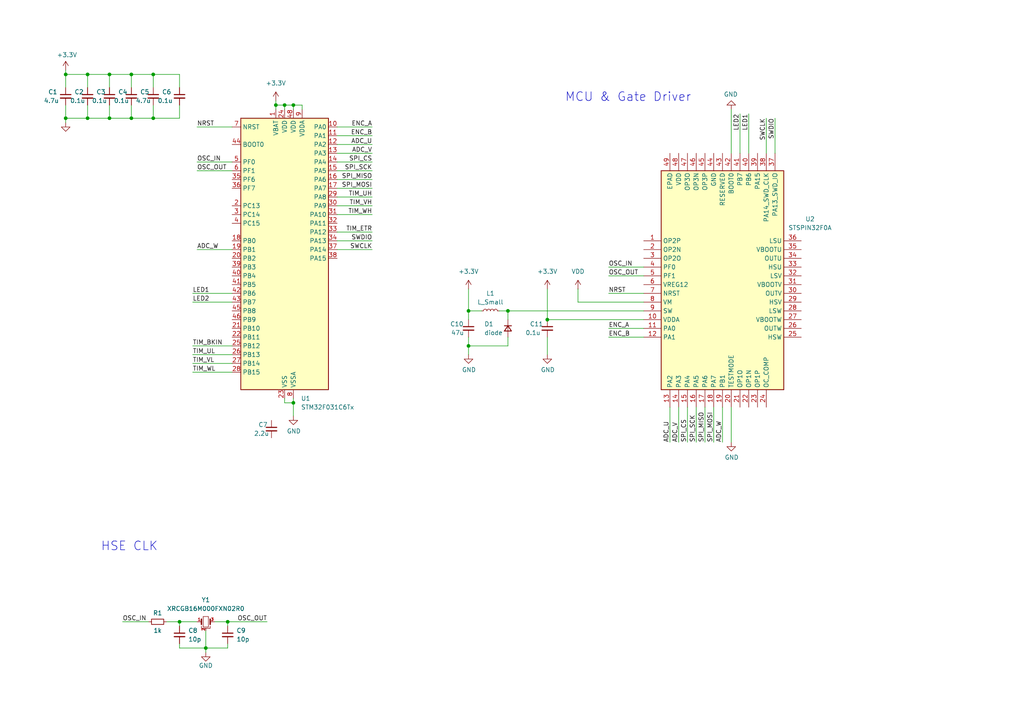
<source format=kicad_sch>
(kicad_sch (version 20231120) (generator "eeschema") (generator_version "8.0")
  (paper "A4")
  (lib_symbols
    (symbol "Device:C_Small" (pin_numbers hide) (pin_names (offset 0.254) hide)
      (property "Reference" "C" (at 0.254 1.778 0))
      (property "Value" "C_Small" (at 0.254 -2.032 0))
      (symbol "C_Small_0_1"
        (polyline (pts (xy -1.524 -0.508) (xy 1.524 -0.508)) (stroke (width 0.3302)))
        (polyline (pts (xy -1.524 0.508) (xy 1.524 0.508)) (stroke (width 0.3048)))
      )
      (symbol "C_Small_1_1"
        (pin passive line (at 0 2.54 270) (length 2.032) (name "~") (number "1"))
        (pin passive line (at 0 -2.54 90) (length 2.032) (name "~") (number "2"))
      )
    )
    (symbol "Device:Crystal_GND2_Small" (pin_names (offset 1.016) hide)
      (property "Reference" "Y" (at 0 5.08 0))
      (property "Value" "Crystal_GND2_Small" (at 0 3.175 0))
      (symbol "Crystal_GND2_Small_0_1"
        (rectangle (start -0.762 -1.524) (end 0.762 1.524))
        (polyline (pts (xy -1.27 -0.762) (xy -1.27 0.762)) (stroke (width 0.381)))
        (polyline (pts (xy 1.27 -0.762) (xy 1.27 0.762)) (stroke (width 0.381)))
        (polyline (pts (xy -1.27 -1.27) (xy -1.27 -1.905) (xy 1.27 -1.905) (xy 1.27 -1.27)))
      )
      (symbol "Crystal_GND2_Small_1_1"
        (pin passive line (at -2.54 0 0) (length 1.27) (name "1") (number "1"))
        (pin passive line (at 0 -2.54 90) (length 0.635) (name "2") (number "2"))
        (pin passive line (at 2.54 0 180) (length 1.27) (name "3") (number "3"))
      )
    )
    (symbol "Device:D_Small" (pin_numbers hide) (pin_names (offset 0.254) hide)
      (property "Reference" "D" (at -1.27 2.032 0))
      (property "Value" "D_Small" (at -3.81 -2.032 0))
      (symbol "D_Small_0_1"
        (polyline (pts (xy -0.762 -1.016) (xy -0.762 1.016)) (stroke (width 0.254)))
        (polyline (pts (xy -0.762 0) (xy 0.762 0)))
        (polyline (pts (xy 0.762 -1.016) (xy -0.762 0) (xy 0.762 1.016) (xy 0.762 -1.016)) (stroke (width 0.254)))
      )
      (symbol "D_Small_1_1"
        (pin passive line (at -2.54 0 0) (length 1.778) (name "K") (number "1"))
        (pin passive line (at 2.54 0 180) (length 1.778) (name "A") (number "2"))
      )
    )
    (symbol "Device:L_Small" (pin_numbers hide) (pin_names (offset 0.254) hide)
      (property "Reference" "L" (at 0.762 1.016 0))
      (property "Value" "L_Small" (at 0.762 -1.016 0))
      (symbol "L_Small_0_1"
        (arc (start 0 -2.032) (mid 0.5058 -1.524) (end 0 -1.016))
        (arc (start 0 -1.016) (mid 0.5058 -0.508) (end 0 0))
        (arc (start 0 0) (mid 0.5058 0.508) (end 0 1.016))
        (arc (start 0 1.016) (mid 0.5058 1.524) (end 0 2.032))
      )
      (symbol "L_Small_1_1"
        (pin passive line (at 0 2.54 270) (length 0.508) (name "~") (number "1"))
        (pin passive line (at 0 -2.54 90) (length 0.508) (name "~") (number "2"))
      )
    )
    (symbol "Device:R_Small" (pin_numbers hide) (pin_names (offset 0.254) hide)
      (property "Reference" "R" (at 0.762 0.508 0))
      (property "Value" "R_Small" (at 0.762 -1.016 0))
      (symbol "R_Small_0_1"
        (rectangle (start -0.762 1.778) (end 0.762 -1.778) (stroke (width 0.2032)))
      )
      (symbol "R_Small_1_1"
        (pin passive line (at 0 2.54 270) (length 0.762) (name "~") (number "1"))
        (pin passive line (at 0 -2.54 90) (length 0.762) (name "~") (number "2"))
      )
    )
    (symbol "MCU_ST_STM32F0:STM32F031C6Tx"
      (property "Reference" "U" (at -12.7 41.91 0))
      (property "Value" "STM32F031C6Tx" (at 7.62 41.91 0))
      (symbol "STM32F031C6Tx_0_1"
        (rectangle (start -12.7 -38.1) (end 12.7 40.64) (stroke (width 0.254)) (fill (type background)))
      )
      (symbol "STM32F031C6Tx_1_1"
        (pin power_in line (at -2.54 43.18 270) (length 2.54) (name "VBAT") (number "1"))
        (pin bidirectional line (at 15.24 38.1 180) (length 2.54) (name "PA0") (number "10"))
        (pin bidirectional line (at 15.24 35.56 180) (length 2.54) (name "PA1") (number "11"))
        (pin bidirectional line (at 15.24 33.02 180) (length 2.54) (name "PA2") (number "12"))
        (pin bidirectional line (at 15.24 30.48 180) (length 2.54) (name "PA3") (number "13"))
        (pin bidirectional line (at 15.24 27.94 180) (length 2.54) (name "PA4") (number "14"))
        (pin bidirectional line (at 15.24 25.4 180) (length 2.54) (name "PA5") (number "15"))
        (pin bidirectional line (at 15.24 22.86 180) (length 2.54) (name "PA6") (number "16"))
        (pin bidirectional line (at 15.24 20.32 180) (length 2.54) (name "PA7") (number "17"))
        (pin bidirectional line (at -15.24 5.08 0) (length 2.54) (name "PB0") (number "18"))
        (pin bidirectional line (at -15.24 2.54 0) (length 2.54) (name "PB1") (number "19"))
        (pin bidirectional line (at -15.24 15.24 0) (length 2.54) (name "PC13") (number "2"))
        (pin bidirectional line (at -15.24 0 0) (length 2.54) (name "PB2") (number "20"))
        (pin bidirectional line (at -15.24 -20.32 0) (length 2.54) (name "PB10") (number "21"))
        (pin bidirectional line (at -15.24 -22.86 0) (length 2.54) (name "PB11") (number "22"))
        (pin power_in line (at 0 -40.64 90) (length 2.54) (name "VSS") (number "23"))
        (pin power_in line (at 0 43.18 270) (length 2.54) (name "VDD") (number "24"))
        (pin bidirectional line (at -15.24 -25.4 0) (length 2.54) (name "PB12") (number "25"))
        (pin bidirectional line (at -15.24 -27.94 0) (length 2.54) (name "PB13") (number "26"))
        (pin bidirectional line (at -15.24 -30.48 0) (length 2.54) (name "PB14") (number "27"))
        (pin bidirectional line (at -15.24 -33.02 0) (length 2.54) (name "PB15") (number "28"))
        (pin bidirectional line (at 15.24 17.78 180) (length 2.54) (name "PA8") (number "29"))
        (pin bidirectional line (at -15.24 12.7 0) (length 2.54) (name "PC14") (number "3"))
        (pin bidirectional line (at 15.24 15.24 180) (length 2.54) (name "PA9") (number "30"))
        (pin bidirectional line (at 15.24 12.7 180) (length 2.54) (name "PA10") (number "31"))
        (pin bidirectional line (at 15.24 10.16 180) (length 2.54) (name "PA11") (number "32"))
        (pin bidirectional line (at 15.24 7.62 180) (length 2.54) (name "PA12") (number "33"))
        (pin bidirectional line (at 15.24 5.08 180) (length 2.54) (name "PA13") (number "34"))
        (pin bidirectional line (at -15.24 22.86 0) (length 2.54) (name "PF6") (number "35"))
        (pin bidirectional line (at -15.24 20.32 0) (length 2.54) (name "PF7") (number "36"))
        (pin bidirectional line (at 15.24 2.54 180) (length 2.54) (name "PA14") (number "37"))
        (pin bidirectional line (at 15.24 0 180) (length 2.54) (name "PA15") (number "38"))
        (pin bidirectional line (at -15.24 -2.54 0) (length 2.54) (name "PB3") (number "39"))
        (pin bidirectional line (at -15.24 10.16 0) (length 2.54) (name "PC15") (number "4"))
        (pin bidirectional line (at -15.24 -5.08 0) (length 2.54) (name "PB4") (number "40"))
        (pin bidirectional line (at -15.24 -7.62 0) (length 2.54) (name "PB5") (number "41"))
        (pin bidirectional line (at -15.24 -10.16 0) (length 2.54) (name "PB6") (number "42"))
        (pin bidirectional line (at -15.24 -12.7 0) (length 2.54) (name "PB7") (number "43"))
        (pin input line (at -15.24 33.02 0) (length 2.54) (name "BOOT0") (number "44"))
        (pin bidirectional line (at -15.24 -15.24 0) (length 2.54) (name "PB8") (number "45"))
        (pin bidirectional line (at -15.24 -17.78 0) (length 2.54) (name "PB9") (number "46"))
        (pin passive line (at 0 -40.64 90) (length 2.54) hide (name "VSS") (number "47"))
        (pin power_in line (at 2.54 43.18 270) (length 2.54) (name "VDD") (number "48"))
        (pin bidirectional line (at -15.24 27.94 0) (length 2.54) (name "PF0") (number "5"))
        (pin bidirectional line (at -15.24 25.4 0) (length 2.54) (name "PF1") (number "6"))
        (pin input line (at -15.24 38.1 0) (length 2.54) (name "NRST") (number "7"))
        (pin power_in line (at 2.54 -40.64 90) (length 2.54) (name "VSSA") (number "8"))
        (pin power_in line (at 5.08 43.18 270) (length 2.54) (name "VDDA") (number "9"))
      )
    )
    (symbol "mylib:STSPIN32F0A"
      (property "Reference" "U" (at 41.91 25.4 0))
      (property "Value" "STSPIN32F0A" (at 41.91 22.86 0))
      (symbol "STSPIN32F0A_1_1"
        (rectangle (start 5.08 20.32) (end 40.64 -43.18) (stroke (width 0.254)) (fill (type background)))
        (pin input line (at 0 0 0) (length 5.08) (name "OP2P") (number "1"))
        (pin power_in line (at 0 -22.86 0) (length 5.08) (name "VDDA") (number "10"))
        (pin bidirectional line (at 0 -25.4 0) (length 5.08) (name "PA0") (number "11"))
        (pin bidirectional line (at 0 -27.94 0) (length 5.08) (name "PA1") (number "12"))
        (pin bidirectional line (at 7.62 -48.26 90) (length 5.08) (name "PA2") (number "13"))
        (pin bidirectional line (at 10.16 -48.26 90) (length 5.08) (name "PA3") (number "14"))
        (pin bidirectional line (at 12.7 -48.26 90) (length 5.08) (name "PA4") (number "15"))
        (pin bidirectional line (at 15.24 -48.26 90) (length 5.08) (name "PA5") (number "16"))
        (pin bidirectional line (at 17.78 -48.26 90) (length 5.08) (name "PA6") (number "17"))
        (pin bidirectional line (at 20.32 -48.26 90) (length 5.08) (name "PA7") (number "18"))
        (pin bidirectional line (at 22.86 -48.26 90) (length 5.08) (name "PB1") (number "19"))
        (pin input line (at 0 -2.54 0) (length 5.08) (name "OP2N") (number "2"))
        (pin input line (at 25.4 -48.26 90) (length 5.08) (name "TESTMODE") (number "20"))
        (pin output line (at 27.94 -48.26 90) (length 5.08) (name "OP1O") (number "21"))
        (pin input line (at 30.48 -48.26 90) (length 5.08) (name "OP1N") (number "22"))
        (pin input line (at 33.02 -48.26 90) (length 5.08) (name "OP1P") (number "23"))
        (pin input line (at 35.56 -48.26 90) (length 5.08) (name "OC_COMP") (number "24"))
        (pin output line (at 45.72 -27.94 180) (length 5.08) (name "HSW") (number "25"))
        (pin passive line (at 45.72 -25.4 180) (length 5.08) (name "OUTW") (number "26"))
        (pin passive line (at 45.72 -22.86 180) (length 5.08) (name "VBOOTW") (number "27"))
        (pin output line (at 45.72 -20.32 180) (length 5.08) (name "LSW") (number "28"))
        (pin output line (at 45.72 -17.78 180) (length 5.08) (name "HSV") (number "29"))
        (pin output line (at 0 -5.08 0) (length 5.08) (name "OP2O") (number "3"))
        (pin passive line (at 45.72 -15.24 180) (length 5.08) (name "OUTV") (number "30"))
        (pin passive line (at 45.72 -12.7 180) (length 5.08) (name "VBOOTV") (number "31"))
        (pin output line (at 45.72 -10.16 180) (length 5.08) (name "LSV") (number "32"))
        (pin output line (at 45.72 -7.62 180) (length 5.08) (name "HSU") (number "33"))
        (pin passive line (at 45.72 -5.08 180) (length 5.08) (name "OUTU") (number "34"))
        (pin passive line (at 45.72 -2.54 180) (length 5.08) (name "VBOOTU") (number "35"))
        (pin output line (at 45.72 0 180) (length 5.08) (name "LSU") (number "36"))
        (pin bidirectional line (at 38.1 25.4 270) (length 5.08) (name "PA13_SWD_IO") (number "37"))
        (pin bidirectional line (at 35.56 25.4 270) (length 5.08) (name "PA14_SWD_CLK") (number "38"))
        (pin bidirectional line (at 33.02 25.4 270) (length 5.08) (name "PA15") (number "39"))
        (pin passive line (at 0 -7.62 0) (length 5.08) (name "PF0") (number "4"))
        (pin bidirectional line (at 30.48 25.4 270) (length 5.08) (name "PB6") (number "40"))
        (pin bidirectional line (at 27.94 25.4 270) (length 5.08) (name "PB7") (number "41"))
        (pin passive line (at 25.4 25.4 270) (length 5.08) (name "BOOT0") (number "42"))
        (pin passive line (at 22.86 25.4 270) (length 5.08) (name "RESERVED") (number "43"))
        (pin power_in line (at 20.32 25.4 270) (length 5.08) (name "GND") (number "44"))
        (pin input line (at 17.78 25.4 270) (length 5.08) (name "OP3P") (number "45"))
        (pin input line (at 15.24 25.4 270) (length 5.08) (name "OP3N") (number "46"))
        (pin output line (at 12.7 25.4 270) (length 5.08) (name "OP3O") (number "47"))
        (pin passive line (at 10.16 25.4 270) (length 5.08) (name "VDD") (number "48"))
        (pin power_in line (at 7.62 25.4 270) (length 5.08) (name "EPAD") (number "49"))
        (pin passive line (at 0 -10.16 0) (length 5.08) (name "PF1") (number "5"))
        (pin output line (at 0 -12.7 0) (length 5.08) (name "VREG12") (number "6"))
        (pin passive line (at 0 -15.24 0) (length 5.08) (name "NRST") (number "7"))
        (pin power_in line (at 0 -17.78 0) (length 5.08) (name "VM") (number "8"))
        (pin passive line (at 0 -20.32 0) (length 5.08) (name "SW") (number "9"))
      )
    )
    (symbol "power:+3.3V" (power) (pin_names (offset 0))
      (property "Value" "+3.3V" (at 0 3.556 0))
      (symbol "+3.3V_0_1"
        (polyline (pts (xy -0.762 1.27) (xy 0 2.54)))
        (polyline (pts (xy 0 0) (xy 0 2.54)))
        (polyline (pts (xy 0 2.54) (xy 0.762 1.27)))
      )
      (symbol "+3.3V_1_1"
        (pin power_in line (at 0 0 90) (length 0) hide (name "+3.3V") (number "1"))
      )
    )
    (symbol "power:GND" (power) (pin_names (offset 0))
      (property "Value" "GND" (at 0 -3.81 0))
      (symbol "GND_0_1"
        (polyline (pts (xy 0 0) (xy 0 -1.27) (xy 1.27 -1.27) (xy 0 -2.54) (xy -1.27 -1.27) (xy 0 -1.27)))
      )
      (symbol "GND_1_1"
        (pin power_in line (at 0 0 270) (length 0) hide (name "GND") (number "1"))
      )
    )
    (symbol "power:VDD" (power) (pin_numbers hide) (pin_names (offset 0) hide)
      (property "Value" "VDD" (at 0 3.556 0))
      (symbol "VDD_0_1"
        (polyline (pts (xy -0.762 1.27) (xy 0 2.54)))
        (polyline (pts (xy 0 0) (xy 0 2.54)))
        (polyline (pts (xy 0 2.54) (xy 0.762 1.27)))
      )
      (symbol "VDD_1_1"
        (pin power_in line (at 0 0 90) (length 0) (name "~") (number "1"))
      )
    )
  )
  (junction (at 135.89 90.17))
  (junction (at 31.75 34.29))
  (junction (at 135.89 100.33))
  (junction (at 59.69 187.96))
  (junction (at 25.4 34.29))
  (junction (at 44.45 34.29))
  (junction (at 85.09 30.48))
  (junction (at 25.4 21.59))
  (junction (at 19.05 34.29))
  (junction (at 158.75 92.71))
  (junction (at 82.55 30.48))
  (junction (at 38.1 34.29))
  (junction (at 80.01 30.48))
  (junction (at 38.1 21.59))
  (junction (at 66.04 180.34))
  (junction (at 19.05 21.59))
  (junction (at 44.45 21.59))
  (junction (at 31.75 21.59))
  (junction (at 52.07 180.34))
  (junction (at 147.32 90.17))
  (junction (at 85.09 116.84))
  (wire (pts (xy 82.55 30.48) (xy 85.09 30.48)))
  (wire (pts (xy 55.88 85.09) (xy 67.31 85.09)))
  (wire (pts (xy 38.1 21.59) (xy 38.1 25.4)))
  (wire (pts (xy 199.39 128.27) (xy 199.39 118.11)))
  (wire (pts (xy 167.64 83.82) (xy 167.64 87.63)))
  (wire (pts (xy 139.7 90.17) (xy 135.89 90.17)))
  (wire (pts (xy 31.75 30.48) (xy 31.75 34.29)))
  (wire (pts (xy 25.4 30.48) (xy 25.4 34.29)))
  (wire (pts (xy 19.05 30.48) (xy 19.05 34.29)))
  (wire (pts (xy 85.09 115.57) (xy 85.09 116.84)))
  (wire (pts (xy 57.15 49.53) (xy 67.31 49.53)))
  (wire (pts (xy 19.05 34.29) (xy 25.4 34.29)))
  (wire (pts (xy 57.15 36.83) (xy 67.31 36.83)))
  (wire (pts (xy 44.45 30.48) (xy 44.45 34.29)))
  (wire (pts (xy 212.09 31.75) (xy 212.09 44.45)))
  (wire (pts (xy 107.95 46.99) (xy 97.79 46.99)))
  (wire (pts (xy 38.1 34.29) (xy 44.45 34.29)))
  (wire (pts (xy 52.07 187.96) (xy 59.69 187.96)))
  (wire (pts (xy 25.4 21.59) (xy 31.75 21.59)))
  (wire (pts (xy 55.88 102.87) (xy 67.31 102.87)))
  (wire (pts (xy 38.1 21.59) (xy 44.45 21.59)))
  (wire (pts (xy 97.79 49.53) (xy 107.95 49.53)))
  (wire (pts (xy 97.79 36.83) (xy 107.95 36.83)))
  (wire (pts (xy 55.88 105.41) (xy 67.31 105.41)))
  (wire (pts (xy 158.75 83.82) (xy 158.75 92.71)))
  (wire (pts (xy 97.79 54.61) (xy 107.95 54.61)))
  (wire (pts (xy 38.1 30.48) (xy 38.1 34.29)))
  (wire (pts (xy 19.05 21.59) (xy 19.05 20.32)))
  (wire (pts (xy 135.89 100.33) (xy 147.32 100.33)))
  (wire (pts (xy 25.4 21.59) (xy 25.4 25.4)))
  (wire (pts (xy 19.05 21.59) (xy 19.05 25.4)))
  (wire (pts (xy 31.75 34.29) (xy 38.1 34.29)))
  (wire (pts (xy 194.31 128.27) (xy 194.31 118.11)))
  (wire (pts (xy 158.75 92.71) (xy 186.69 92.71)))
  (wire (pts (xy 176.53 80.01) (xy 186.69 80.01)))
  (wire (pts (xy 82.55 30.48) (xy 82.55 31.75)))
  (wire (pts (xy 82.55 115.57) (xy 82.55 116.84)))
  (wire (pts (xy 62.23 180.34) (xy 66.04 180.34)))
  (wire (pts (xy 212.09 118.11) (xy 212.09 128.27)))
  (wire (pts (xy 57.15 180.34) (xy 52.07 180.34)))
  (wire (pts (xy 147.32 90.17) (xy 186.69 90.17)))
  (wire (pts (xy 147.32 97.79) (xy 147.32 100.33)))
  (wire (pts (xy 31.75 21.59) (xy 31.75 25.4)))
  (wire (pts (xy 52.07 21.59) (xy 44.45 21.59)))
  (wire (pts (xy 176.53 77.47) (xy 186.69 77.47)))
  (wire (pts (xy 57.15 72.39) (xy 67.31 72.39)))
  (wire (pts (xy 66.04 186.69) (xy 66.04 187.96)))
  (wire (pts (xy 82.55 116.84) (xy 85.09 116.84)))
  (wire (pts (xy 25.4 34.29) (xy 31.75 34.29)))
  (wire (pts (xy 209.55 128.27) (xy 209.55 118.11)))
  (wire (pts (xy 135.89 97.79) (xy 135.89 100.33)))
  (wire (pts (xy 107.95 67.31) (xy 97.79 67.31)))
  (wire (pts (xy 97.79 52.07) (xy 107.95 52.07)))
  (wire (pts (xy 48.26 180.34) (xy 52.07 180.34)))
  (wire (pts (xy 97.79 59.69) (xy 107.95 59.69)))
  (wire (pts (xy 35.56 180.34) (xy 43.18 180.34)))
  (wire (pts (xy 224.79 44.45) (xy 224.79 34.29)))
  (wire (pts (xy 19.05 21.59) (xy 25.4 21.59)))
  (wire (pts (xy 55.88 87.63) (xy 67.31 87.63)))
  (wire (pts (xy 107.95 41.91) (xy 97.79 41.91)))
  (wire (pts (xy 147.32 90.17) (xy 147.32 92.71)))
  (wire (pts (xy 135.89 90.17) (xy 135.89 83.82)))
  (wire (pts (xy 135.89 100.33) (xy 135.89 102.87)))
  (wire (pts (xy 97.79 39.37) (xy 107.95 39.37)))
  (wire (pts (xy 214.63 33.02) (xy 214.63 44.45)))
  (wire (pts (xy 135.89 90.17) (xy 135.89 92.71)))
  (wire (pts (xy 97.79 69.85) (xy 107.95 69.85)))
  (wire (pts (xy 222.25 34.29) (xy 222.25 44.45)))
  (wire (pts (xy 80.01 29.21) (xy 80.01 30.48)))
  (wire (pts (xy 201.93 118.11) (xy 201.93 128.27)))
  (wire (pts (xy 52.07 30.48) (xy 52.07 34.29)))
  (wire (pts (xy 85.09 30.48) (xy 87.63 30.48)))
  (wire (pts (xy 186.69 97.79) (xy 176.53 97.79)))
  (wire (pts (xy 204.47 118.11) (xy 204.47 128.27)))
  (wire (pts (xy 207.01 118.11) (xy 207.01 128.27)))
  (wire (pts (xy 80.01 30.48) (xy 82.55 30.48)))
  (wire (pts (xy 66.04 180.34) (xy 77.47 180.34)))
  (wire (pts (xy 107.95 57.15) (xy 97.79 57.15)))
  (wire (pts (xy 52.07 180.34) (xy 52.07 181.61)))
  (wire (pts (xy 196.85 128.27) (xy 196.85 118.11)))
  (wire (pts (xy 52.07 186.69) (xy 52.07 187.96)))
  (wire (pts (xy 186.69 95.25) (xy 176.53 95.25)))
  (wire (pts (xy 52.07 34.29) (xy 44.45 34.29)))
  (wire (pts (xy 85.09 30.48) (xy 85.09 31.75)))
  (wire (pts (xy 107.95 72.39) (xy 97.79 72.39)))
  (wire (pts (xy 167.64 87.63) (xy 186.69 87.63)))
  (wire (pts (xy 59.69 182.88) (xy 59.69 187.96)))
  (wire (pts (xy 59.69 187.96) (xy 66.04 187.96)))
  (wire (pts (xy 85.09 116.84) (xy 85.09 120.65)))
  (wire (pts (xy 19.05 34.29) (xy 19.05 35.56)))
  (wire (pts (xy 31.75 21.59) (xy 38.1 21.59)))
  (wire (pts (xy 59.69 187.96) (xy 59.69 189.23)))
  (wire (pts (xy 55.88 100.33) (xy 67.31 100.33)))
  (wire (pts (xy 66.04 180.34) (xy 66.04 181.61)))
  (wire (pts (xy 144.78 90.17) (xy 147.32 90.17)))
  (wire (pts (xy 80.01 30.48) (xy 80.01 31.75)))
  (wire (pts (xy 44.45 21.59) (xy 44.45 25.4)))
  (wire (pts (xy 97.79 44.45) (xy 107.95 44.45)))
  (wire (pts (xy 97.79 62.23) (xy 107.95 62.23)))
  (wire (pts (xy 57.15 46.99) (xy 67.31 46.99)))
  (wire (pts (xy 55.88 107.95) (xy 67.31 107.95)))
  (wire (pts (xy 217.17 33.02) (xy 217.17 44.45)))
  (wire (pts (xy 158.75 97.79) (xy 158.75 102.87)))
  (wire (pts (xy 176.53 85.09) (xy 186.69 85.09)))
  (wire (pts (xy 52.07 25.4) (xy 52.07 21.59)))
  (wire (pts (xy 87.63 31.75) (xy 87.63 30.48)))
  (text "MCU & Gate Driver" (at 163.83 29.718 0) (effects (font (size 2.54 2.54)) (justify left bottom)))
  (text "HSE CLK" (at 29.21 160.02 0) (effects (font (size 2.54 2.54)) (justify left bottom)))
  (label "SPI_CS" (at 107.95 46.99 180))
  (label "LED1" (at 55.88 85.09 0))
  (label "ENC_A" (at 176.53 95.25 0))
  (label "TIM_UL" (at 55.88 102.87 0))
  (label "SPI_MOSI" (at 107.95 54.61 180))
  (label "TIM_UH" (at 107.95 57.15 180))
  (label "ENC_A" (at 107.95 36.83 180))
  (label "SWCLK" (at 107.95 72.39 180))
  (label "TIM_WH" (at 107.95 62.23 180))
  (label "SWDIO" (at 107.95 69.85 180))
  (label "SWCLK" (at 222.25 34.29 270))
  (label "OSC_OUT" (at 77.47 180.34 180))
  (label "LED2" (at 55.88 87.63 0))
  (label "ADC_U" (at 107.95 41.91 180))
  (label "TIM_ETR" (at 107.95 67.31 180))
  (label "SWDIO" (at 224.79 34.29 270))
  (label "SPI_MISO" (at 107.95 52.07 180))
  (label "ADC_V" (at 196.85 128.27 90))
  (label "OSC_IN" (at 35.56 180.34 0))
  (label "OSC_IN" (at 176.53 77.47 0))
  (label "TIM_WL" (at 55.88 107.95 0))
  (label "ADC_W" (at 57.15 72.39 0))
  (label "TIM_BKIN" (at 55.88 100.33 0))
  (label "ENC_B" (at 107.95 39.37 180))
  (label "TIM_VL" (at 55.88 105.41 0))
  (label "ADC_W" (at 209.55 128.27 90))
  (label "ADC_U" (at 194.31 128.27 90))
  (label "SPI_MOSI" (at 207.01 128.27 90))
  (label "LED1" (at 217.17 33.02 270))
  (label "SPI_SCK" (at 201.93 128.27 90))
  (label "ENC_B" (at 176.53 97.79 0))
  (label "OSC_OUT" (at 57.15 49.53 0))
  (label "OSC_OUT" (at 176.53 80.01 0))
  (label "NRST" (at 176.53 85.09 0))
  (label "TIM_VH" (at 107.95 59.69 180))
  (label "OSC_IN" (at 57.15 46.99 0))
  (label "NRST" (at 57.15 36.83 0))
  (label "SPI_CS" (at 199.39 128.27 90))
  (label "ADC_V" (at 107.95 44.45 180))
  (label "SPI_MISO" (at 204.47 128.27 90))
  (label "SPI_SCK" (at 107.95 49.53 180))
  (label "LED2" (at 214.63 33.02 270))
  (symbol (lib_id "power:VDD") (at 167.64 83.82 0) (unit 1)
    (property "Reference" "#PWR08" (effects (hide yes)))
    (property "Value" "VDD" (at 167.64 78.74 0))
    (property "Description" "Power symbol creates a global label with name \"VDD\"" (effects (hide yes)))
  )
  (symbol (lib_id "MCU_ST_STM32F0:STM32F031C6Tx") (at 82.55 74.93 0) (unit 1)
    (property "Reference" "U1" (at 87.2841 115.57 0) (effects (justify left)))
    (property "Value" "STM32F031C6Tx" (at 87.2841 118.11 0) (effects (justify left)))
    (property "Footprint" "Package_QFP:LQFP-48_7x7mm_P0.5mm" (effects (hide yes)))
    (property "Datasheet" "https://www.st.com/resource/en/datasheet/stm32f031c6.pdf" (effects (hide yes)))
    (property "Description" "STMicroelectronics Arm Cortex-M0 MCU, 32KB flash, 4KB RAM, 48 MHz, 2.0-3.6V, 39 GPIO, LQFP48" (effects (hide yes)))
  )
  (symbol (lib_id "power:+3.3V") (at 80.01 29.21 0) (unit 1)
    (property "Reference" "#PWR01" (effects (hide yes)))
    (property "Value" "+3.3V" (at 80.01 24.13 0))
  )
  (symbol (lib_id "Device:C_Small") (at 135.89 95.25 0) (unit 1)
    (property "Reference" "C10" (at 130.556 93.98 0) (effects (justify left)))
    (property "Value" "47u" (at 130.81 96.52 0) (effects (justify left)))
    (property "Footprint" "Capacitor_SMD:C_0201_0603Metric" (effects (hide yes)))
  )
  (symbol (lib_id "Device:Crystal_GND2_Small") (at 59.69 180.34 0) (unit 1)
    (property "Reference" "Y1" (at 59.69 173.99 0))
    (property "Value" "XRCGB16M000FXN02R0" (at 59.69 176.53 0))
    (property "Footprint" "bldc:XRCGB16M000FXN02R0" (effects (hide yes)))
  )
  (symbol (lib_id "Device:C_Small") (at 52.07 27.94 0) (unit 1)
    (property "Reference" "C6" (at 46.99 26.67 0) (effects (justify left)))
    (property "Value" "0.1u" (at 45.72 29.21 0) (effects (justify left)))
    (property "Footprint" "Capacitor_SMD:C_0402_1005Metric" (effects (hide yes)))
  )
  (symbol (lib_id "Device:L_Small") (at 142.24 90.17 90) (unit 1)
    (property "Reference" "L1" (at 142.24 85.09 90))
    (property "Value" "L_Small" (at 142.24 87.63 90))
    (property "Description" "Inductor, small symbol" (effects (hide yes)))
  )
  (symbol (lib_id "power:GND") (at 158.75 102.87 0) (unit 1)
    (property "Reference" "#PWR014" (effects (hide yes)))
    (property "Value" "GND" (at 158.877 107.2642 0))
  )
  (symbol (lib_id "Device:C_Small") (at 78.74 124.46 0) (unit 1)
    (property "Reference" "C7" (at 74.93 123.19 0) (effects (justify left)))
    (property "Value" "2.2u" (at 73.66 125.73 0) (effects (justify left)))
    (property "Footprint" "Capacitor_SMD:C_0201_0603Metric" (effects (hide yes)))
  )
  (symbol (lib_id "power:GND") (at 59.69 189.23 0) (unit 1)
    (property "Reference" "#PWR05" (effects (hide yes)))
    (property "Value" "GND" (at 59.69 193.04 0))
  )
  (symbol (lib_id "Device:C_Small") (at 31.75 27.94 0) (unit 1)
    (property "Reference" "C3" (at 27.94 26.67 0) (effects (justify left)))
    (property "Value" "0.1u" (at 26.67 29.21 0) (effects (justify left)))
    (property "Footprint" "Capacitor_SMD:C_0201_0603Metric" (effects (hide yes)))
  )
  (symbol (lib_id "mylib:STSPIN32F0A") (at 186.69 69.85 0) (unit 1)
    (property "Reference" "U2" (at 234.95 63.5314 0))
    (property "Value" "STSPIN32F0A" (at 234.95 66.0714 0))
    (property "Footprint" "QFN50P700X700X105-49N-D" (effects (hide yes)))
    (property "Datasheet" "http://www.st.com/content/ccc/resource/technical/document/user_manual/group0/a8/b5/5b/fd/00/77/42/cc/DM00428288/files/DM00428288.pdf/jcr:content/translations/en.DM00428288.pdf" (effects (hide yes)))
    (property "Description" "Motor / Motion / Ignition Controllers & Drivers Advanced BLDC controller with embedded STM32 MCU" (effects (hide yes)))
    (property "Height" "1.05" (effects (hide yes)))
    (property "Manufacturer_Name" "STMicroelectronics" (effects (hide yes)))
    (property "Manufacturer_Part_Number" "STSPIN32F0A" (effects (hide yes)))
    (property "Mouser Part Number" "511-STSPIN32F0A" (effects (hide yes)))
    (property "Mouser Price/Stock" "https://www.mouser.co.uk/ProductDetail/STMicroelectronics/STSPIN32F0A?qs=1mbolxNpo8dSjtPTZg7Suw%3D%3D" (effects (hide yes)))
    (property "Arrow Part Number" "STSPIN32F0A" (effects (hide yes)))
    (property "Arrow Price/Stock" "https://www.arrow.com/en/products/stspin32f0a/stmicroelectronics?region=europe" (effects (hide yes)))
  )
  (symbol (lib_id "Device:R_Small") (at 45.72 180.34 90) (unit 1)
    (property "Reference" "R1" (at 45.72 177.8 90))
    (property "Value" "1k" (at 45.72 182.88 90))
    (property "Footprint" "Resistor_SMD:R_0402_1005Metric_Pad0.72x0.64mm_HandSolder" (effects (hide yes)))
  )
  (symbol (lib_id "Device:D_Small") (at 147.32 95.25 270) (unit 1)
    (property "Reference" "D1" (at 140.462 93.98 90) (effects (justify left)))
    (property "Value" "diode" (at 140.462 96.52 90) (effects (justify left)))
    (property "Description" "Diode, small symbol" (effects (hide yes)))
    (property "Sim.Device" "D" (effects (hide yes)))
    (property "Sim.Pins" "1=K 2=A" (effects (hide yes)))
  )
  (symbol (lib_id "Device:C_Small") (at 52.07 184.15 0) (unit 1)
    (property "Reference" "C8" (at 54.61 182.8862 0) (effects (justify left)))
    (property "Value" "10p" (at 54.61 185.4262 0) (effects (justify left)))
    (property "Footprint" "Capacitor_SMD:C_0402_1005Metric_Pad0.74x0.62mm_HandSolder" (effects (hide yes)))
  )
  (symbol (lib_id "Device:C_Small") (at 158.75 95.25 0) (unit 1)
    (property "Reference" "C11" (at 153.67 93.98 0) (effects (justify left)))
    (property "Value" "0.1u" (at 152.4 96.52 0) (effects (justify left)))
    (property "Footprint" "Capacitor_SMD:C_0402_1005Metric" (effects (hide yes)))
  )
  (symbol (lib_id "power:GND") (at 19.05 35.56 0) (unit 1)
    (property "Reference" "#PWR03" (effects (hide yes)))
    (property "Value" "GND" (effects (hide yes)))
  )
  (symbol (lib_id "Device:C_Small") (at 19.05 27.94 0) (unit 1)
    (property "Reference" "C1" (at 13.97 26.67 0) (effects (justify left)))
    (property "Value" "4.7u" (at 12.7 29.21 0) (effects (justify left)))
    (property "Footprint" "Capacitor_SMD:C_0402_1005Metric" (effects (hide yes)))
  )
  (symbol (lib_id "power:GND") (at 85.09 120.65 0) (unit 1)
    (property "Reference" "#PWR04" (effects (hide yes)))
    (property "Value" "GND" (at 85.217 125.0442 0))
  )
  (symbol (lib_id "Device:C_Small") (at 38.1 27.94 0) (unit 1)
    (property "Reference" "C4" (at 34.29 26.67 0) (effects (justify left)))
    (property "Value" "0.1u" (at 33.02 29.21 0) (effects (justify left)))
    (property "Footprint" "Capacitor_SMD:C_0201_0603Metric" (effects (hide yes)))
  )
  (symbol (lib_id "power:GND") (at 212.09 31.75 180) (unit 1)
    (property "Reference" "#PWR09" (effects (hide yes)))
    (property "Value" "GND" (at 211.963 27.3558 0))
  )
  (symbol (lib_id "Device:C_Small") (at 25.4 27.94 0) (unit 1)
    (property "Reference" "C2" (at 21.59 26.67 0) (effects (justify left)))
    (property "Value" "0.1u" (at 20.32 29.21 0) (effects (justify left)))
    (property "Footprint" "Capacitor_SMD:C_0201_0603Metric" (effects (hide yes)))
  )
  (symbol (lib_id "power:+3.3V") (at 135.89 83.82 0) (unit 1)
    (property "Reference" "#PWR011" (effects (hide yes)))
    (property "Value" "+3.3V" (at 135.89 78.74 0))
  )
  (symbol (lib_id "power:GND") (at 212.09 128.27 0) (unit 1)
    (property "Reference" "#PWR010" (effects (hide yes)))
    (property "Value" "GND" (at 212.217 132.6642 0))
  )
  (symbol (lib_id "power:+3.3V") (at 19.05 20.32 0) (unit 1)
    (property "Reference" "#PWR02" (effects (hide yes)))
    (property "Value" "+3.3V" (at 19.431 15.9258 0))
  )
  (symbol (lib_id "power:GND") (at 135.89 102.87 0) (unit 1)
    (property "Reference" "#PWR013" (effects (hide yes)))
    (property "Value" "GND" (at 136.017 107.2642 0))
  )
  (symbol (lib_id "Device:C_Small") (at 66.04 184.15 0) (unit 1)
    (property "Reference" "C9" (at 68.58 182.8862 0) (effects (justify left)))
    (property "Value" "10p" (at 68.58 185.4262 0) (effects (justify left)))
    (property "Footprint" "Capacitor_SMD:C_0402_1005Metric_Pad0.74x0.62mm_HandSolder" (effects (hide yes)))
  )
  (symbol (lib_id "power:+3.3V") (at 158.75 83.82 0) (unit 1)
    (property "Reference" "#PWR012" (effects (hide yes)))
    (property "Value" "+3.3V" (at 158.75 78.74 0))
  )
  (symbol (lib_id "Device:C_Small") (at 44.45 27.94 0) (unit 1)
    (property "Reference" "C5" (at 40.64 26.67 0) (effects (justify left)))
    (property "Value" "4.7u" (at 39.37 29.21 0) (effects (justify left)))
    (property "Footprint" "Capacitor_SMD:C_0201_0603Metric" (effects (hide yes)))
  )
)
</source>
